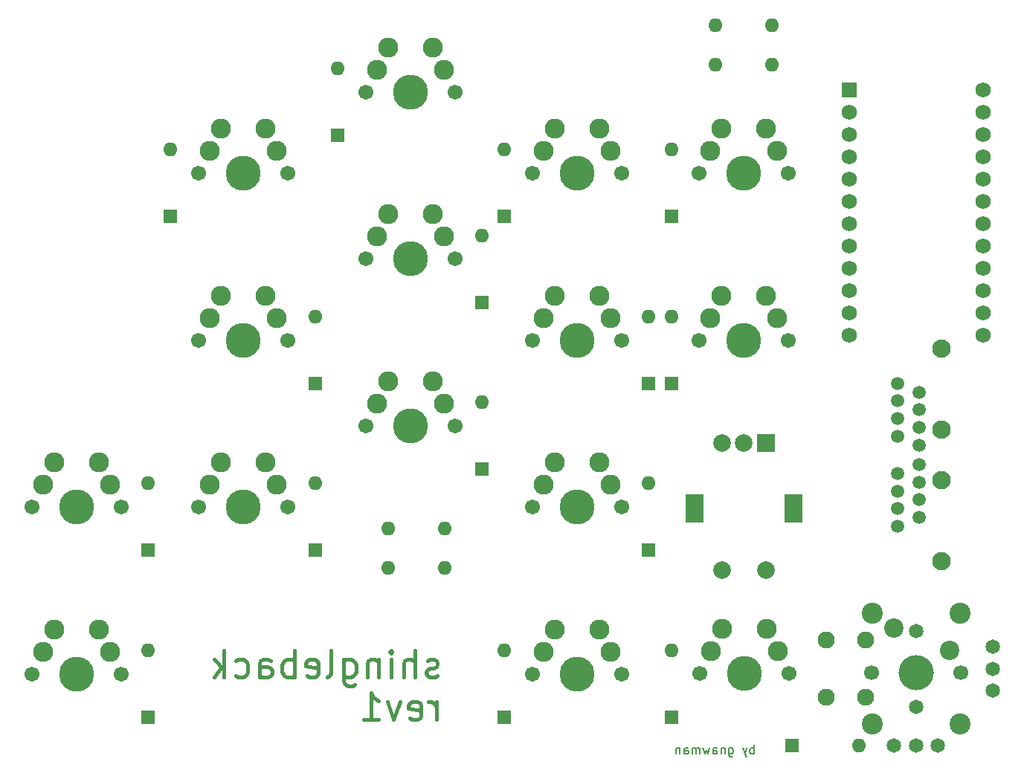
<source format=gbs>
G04 #@! TF.GenerationSoftware,KiCad,Pcbnew,(6.0.8)*
G04 #@! TF.CreationDate,2023-05-18T22:35:39+10:00*
G04 #@! TF.ProjectId,shingleback,7368696e-676c-4656-9261-636b2e6b6963,rev?*
G04 #@! TF.SameCoordinates,Original*
G04 #@! TF.FileFunction,Soldermask,Bot*
G04 #@! TF.FilePolarity,Negative*
%FSLAX46Y46*%
G04 Gerber Fmt 4.6, Leading zero omitted, Abs format (unit mm)*
G04 Created by KiCad (PCBNEW (6.0.8)) date 2023-05-18 22:35:39*
%MOMM*%
%LPD*%
G01*
G04 APERTURE LIST*
%ADD10C,0.450000*%
%ADD11C,0.150000*%
%ADD12C,1.701800*%
%ADD13C,3.987800*%
%ADD14C,2.286000*%
%ADD15R,1.752600X1.752600*%
%ADD16C,1.752600*%
%ADD17R,1.600000X1.600000*%
%ADD18O,1.600000X1.600000*%
%ADD19C,1.500000*%
%ADD20C,2.100000*%
%ADD21R,2.000000X2.000000*%
%ADD22C,2.000000*%
%ADD23R,2.000000X3.200000*%
%ADD24C,1.650000*%
%ADD25C,1.950000*%
%ADD26C,2.400000*%
%ADD27C,4.000000*%
%ADD28C,1.700000*%
%ADD29C,2.200000*%
G04 APERTURE END LIST*
D10*
X124136071Y-100299285D02*
X123850357Y-100442142D01*
X123278928Y-100442142D01*
X122993214Y-100299285D01*
X122850357Y-100013571D01*
X122850357Y-99870714D01*
X122993214Y-99585000D01*
X123278928Y-99442142D01*
X123707500Y-99442142D01*
X123993214Y-99299285D01*
X124136071Y-99013571D01*
X124136071Y-98870714D01*
X123993214Y-98585000D01*
X123707500Y-98442142D01*
X123278928Y-98442142D01*
X122993214Y-98585000D01*
X121564642Y-100442142D02*
X121564642Y-97442142D01*
X120278928Y-100442142D02*
X120278928Y-98870714D01*
X120421785Y-98585000D01*
X120707500Y-98442142D01*
X121136071Y-98442142D01*
X121421785Y-98585000D01*
X121564642Y-98727857D01*
X118850357Y-100442142D02*
X118850357Y-98442142D01*
X118850357Y-97442142D02*
X118993214Y-97585000D01*
X118850357Y-97727857D01*
X118707500Y-97585000D01*
X118850357Y-97442142D01*
X118850357Y-97727857D01*
X117421785Y-98442142D02*
X117421785Y-100442142D01*
X117421785Y-98727857D02*
X117278928Y-98585000D01*
X116993214Y-98442142D01*
X116564642Y-98442142D01*
X116278928Y-98585000D01*
X116136071Y-98870714D01*
X116136071Y-100442142D01*
X113421785Y-98442142D02*
X113421785Y-100870714D01*
X113564642Y-101156428D01*
X113707500Y-101299285D01*
X113993214Y-101442142D01*
X114421785Y-101442142D01*
X114707500Y-101299285D01*
X113421785Y-100299285D02*
X113707500Y-100442142D01*
X114278928Y-100442142D01*
X114564642Y-100299285D01*
X114707500Y-100156428D01*
X114850357Y-99870714D01*
X114850357Y-99013571D01*
X114707500Y-98727857D01*
X114564642Y-98585000D01*
X114278928Y-98442142D01*
X113707500Y-98442142D01*
X113421785Y-98585000D01*
X111564642Y-100442142D02*
X111850357Y-100299285D01*
X111993214Y-100013571D01*
X111993214Y-97442142D01*
X109278928Y-100299285D02*
X109564642Y-100442142D01*
X110136071Y-100442142D01*
X110421785Y-100299285D01*
X110564642Y-100013571D01*
X110564642Y-98870714D01*
X110421785Y-98585000D01*
X110136071Y-98442142D01*
X109564642Y-98442142D01*
X109278928Y-98585000D01*
X109136071Y-98870714D01*
X109136071Y-99156428D01*
X110564642Y-99442142D01*
X107850357Y-100442142D02*
X107850357Y-97442142D01*
X107850357Y-98585000D02*
X107564642Y-98442142D01*
X106993214Y-98442142D01*
X106707500Y-98585000D01*
X106564642Y-98727857D01*
X106421785Y-99013571D01*
X106421785Y-99870714D01*
X106564642Y-100156428D01*
X106707500Y-100299285D01*
X106993214Y-100442142D01*
X107564642Y-100442142D01*
X107850357Y-100299285D01*
X103850357Y-100442142D02*
X103850357Y-98870714D01*
X103993214Y-98585000D01*
X104278928Y-98442142D01*
X104850357Y-98442142D01*
X105136071Y-98585000D01*
X103850357Y-100299285D02*
X104136071Y-100442142D01*
X104850357Y-100442142D01*
X105136071Y-100299285D01*
X105278928Y-100013571D01*
X105278928Y-99727857D01*
X105136071Y-99442142D01*
X104850357Y-99299285D01*
X104136071Y-99299285D01*
X103850357Y-99156428D01*
X101136071Y-100299285D02*
X101421785Y-100442142D01*
X101993214Y-100442142D01*
X102278928Y-100299285D01*
X102421785Y-100156428D01*
X102564642Y-99870714D01*
X102564642Y-99013571D01*
X102421785Y-98727857D01*
X102278928Y-98585000D01*
X101993214Y-98442142D01*
X101421785Y-98442142D01*
X101136071Y-98585000D01*
X99850357Y-100442142D02*
X99850357Y-97442142D01*
X99564642Y-99299285D02*
X98707500Y-100442142D01*
X98707500Y-98442142D02*
X99850357Y-99585000D01*
X123993214Y-105272142D02*
X123993214Y-103272142D01*
X123993214Y-103843571D02*
X123850357Y-103557857D01*
X123707500Y-103415000D01*
X123421785Y-103272142D01*
X123136071Y-103272142D01*
X120993214Y-105129285D02*
X121278928Y-105272142D01*
X121850357Y-105272142D01*
X122136071Y-105129285D01*
X122278928Y-104843571D01*
X122278928Y-103700714D01*
X122136071Y-103415000D01*
X121850357Y-103272142D01*
X121278928Y-103272142D01*
X120993214Y-103415000D01*
X120850357Y-103700714D01*
X120850357Y-103986428D01*
X122278928Y-104272142D01*
X119850357Y-103272142D02*
X119136071Y-105272142D01*
X118421785Y-103272142D01*
X115707500Y-105272142D02*
X117421785Y-105272142D01*
X116564642Y-105272142D02*
X116564642Y-102272142D01*
X116850357Y-102700714D01*
X117136071Y-102986428D01*
X117421785Y-103129285D01*
D11*
X160178571Y-109202380D02*
X160178571Y-108202380D01*
X160178571Y-108583333D02*
X160083333Y-108535714D01*
X159892857Y-108535714D01*
X159797619Y-108583333D01*
X159750000Y-108630952D01*
X159702380Y-108726190D01*
X159702380Y-109011904D01*
X159750000Y-109107142D01*
X159797619Y-109154761D01*
X159892857Y-109202380D01*
X160083333Y-109202380D01*
X160178571Y-109154761D01*
X159369047Y-108535714D02*
X159130952Y-109202380D01*
X158892857Y-108535714D02*
X159130952Y-109202380D01*
X159226190Y-109440476D01*
X159273809Y-109488095D01*
X159369047Y-109535714D01*
X157321428Y-108535714D02*
X157321428Y-109345238D01*
X157369047Y-109440476D01*
X157416666Y-109488095D01*
X157511904Y-109535714D01*
X157654761Y-109535714D01*
X157750000Y-109488095D01*
X157321428Y-109154761D02*
X157416666Y-109202380D01*
X157607142Y-109202380D01*
X157702380Y-109154761D01*
X157750000Y-109107142D01*
X157797619Y-109011904D01*
X157797619Y-108726190D01*
X157750000Y-108630952D01*
X157702380Y-108583333D01*
X157607142Y-108535714D01*
X157416666Y-108535714D01*
X157321428Y-108583333D01*
X156845238Y-108535714D02*
X156845238Y-109202380D01*
X156845238Y-108630952D02*
X156797619Y-108583333D01*
X156702380Y-108535714D01*
X156559523Y-108535714D01*
X156464285Y-108583333D01*
X156416666Y-108678571D01*
X156416666Y-109202380D01*
X155511904Y-109202380D02*
X155511904Y-108678571D01*
X155559523Y-108583333D01*
X155654761Y-108535714D01*
X155845238Y-108535714D01*
X155940476Y-108583333D01*
X155511904Y-109154761D02*
X155607142Y-109202380D01*
X155845238Y-109202380D01*
X155940476Y-109154761D01*
X155988095Y-109059523D01*
X155988095Y-108964285D01*
X155940476Y-108869047D01*
X155845238Y-108821428D01*
X155607142Y-108821428D01*
X155511904Y-108773809D01*
X155130952Y-108535714D02*
X154940476Y-109202380D01*
X154750000Y-108726190D01*
X154559523Y-109202380D01*
X154369047Y-108535714D01*
X153988095Y-109202380D02*
X153988095Y-108535714D01*
X153988095Y-108630952D02*
X153940476Y-108583333D01*
X153845238Y-108535714D01*
X153702380Y-108535714D01*
X153607142Y-108583333D01*
X153559523Y-108678571D01*
X153559523Y-109202380D01*
X153559523Y-108678571D02*
X153511904Y-108583333D01*
X153416666Y-108535714D01*
X153273809Y-108535714D01*
X153178571Y-108583333D01*
X153130952Y-108678571D01*
X153130952Y-109202380D01*
X152226190Y-109202380D02*
X152226190Y-108678571D01*
X152273809Y-108583333D01*
X152369047Y-108535714D01*
X152559523Y-108535714D01*
X152654761Y-108583333D01*
X152226190Y-109154761D02*
X152321428Y-109202380D01*
X152559523Y-109202380D01*
X152654761Y-109154761D01*
X152702380Y-109059523D01*
X152702380Y-108964285D01*
X152654761Y-108869047D01*
X152559523Y-108821428D01*
X152321428Y-108821428D01*
X152226190Y-108773809D01*
X151750000Y-108535714D02*
X151750000Y-109202380D01*
X151750000Y-108630952D02*
X151702380Y-108583333D01*
X151607142Y-108535714D01*
X151464285Y-108535714D01*
X151369047Y-108583333D01*
X151321428Y-108678571D01*
X151321428Y-109202380D01*
D12*
X164120000Y-62080000D03*
X153960000Y-62080000D03*
D13*
X159040000Y-62080000D03*
D14*
X156500000Y-57000000D03*
X161580000Y-57000000D03*
X162850000Y-59540000D03*
X155230000Y-59540000D03*
D12*
X126120000Y-33830000D03*
X115960000Y-33830000D03*
D13*
X121040000Y-33830000D03*
D14*
X118500000Y-28750000D03*
X123580000Y-28750000D03*
X117230000Y-31290000D03*
X124850000Y-31290000D03*
D12*
X96960000Y-43080000D03*
D13*
X102040000Y-43080000D03*
D12*
X107120000Y-43080000D03*
D14*
X104580000Y-38000000D03*
X99500000Y-38000000D03*
X98230000Y-40540000D03*
X105850000Y-40540000D03*
D15*
X171000000Y-33560000D03*
D16*
X171000000Y-36100000D03*
X171000000Y-38640000D03*
X171000000Y-41180000D03*
X171000000Y-43720000D03*
X171000000Y-46260000D03*
X171000000Y-48800000D03*
X171000000Y-51340000D03*
X171000000Y-53880000D03*
X171000000Y-56420000D03*
X171000000Y-58960000D03*
X171000000Y-61500000D03*
X186240000Y-33560000D03*
X186240000Y-36100000D03*
X186240000Y-38640000D03*
X186240000Y-41180000D03*
X186240000Y-43720000D03*
X186240000Y-46260000D03*
X186240000Y-48800000D03*
X186240000Y-51340000D03*
X186240000Y-53880000D03*
X186240000Y-56420000D03*
X186240000Y-58960000D03*
X186240000Y-61500000D03*
D17*
X131750000Y-105000000D03*
D18*
X131750000Y-97380000D03*
D13*
X140040000Y-43080000D03*
D12*
X134960000Y-43080000D03*
X145120000Y-43080000D03*
D14*
X137500000Y-38000000D03*
X142580000Y-38000000D03*
X143850000Y-40540000D03*
X136230000Y-40540000D03*
D18*
X125000000Y-83500000D03*
D12*
X164170000Y-100069717D03*
D13*
X159090000Y-100069717D03*
D12*
X154010000Y-100069717D03*
D14*
X161630000Y-94989717D03*
X156550000Y-94989717D03*
X162900000Y-97529717D03*
X155280000Y-97529717D03*
D17*
X150750000Y-48000000D03*
D18*
X150750000Y-40380000D03*
X162249999Y-30723758D03*
X118500000Y-88000000D03*
X124999999Y-87997945D03*
D17*
X110200000Y-67000000D03*
D18*
X110200000Y-59380000D03*
D13*
X83040000Y-81080000D03*
D12*
X77960000Y-81080000D03*
X88120000Y-81080000D03*
D14*
X80500000Y-76000000D03*
X85580000Y-76000000D03*
X86850000Y-78540000D03*
X79230000Y-78540000D03*
D12*
X107120000Y-62080000D03*
X96960000Y-62080000D03*
D13*
X102040000Y-62080000D03*
D14*
X99500000Y-57000000D03*
X104580000Y-57000000D03*
X105850000Y-59540000D03*
X98230000Y-59540000D03*
D12*
X153960000Y-43080000D03*
D13*
X159040000Y-43080000D03*
D12*
X164120000Y-43080000D03*
D14*
X156500000Y-38000000D03*
X161580000Y-38000000D03*
X162850000Y-40540000D03*
X155230000Y-40540000D03*
D12*
X77960000Y-100080000D03*
D13*
X83040000Y-100080000D03*
D12*
X88120000Y-100080000D03*
D14*
X80500000Y-95000000D03*
X85580000Y-95000000D03*
X86850000Y-97540000D03*
X79230000Y-97540000D03*
D17*
X129200000Y-76750000D03*
D18*
X129200000Y-69130000D03*
D19*
X176500000Y-69000000D03*
X179000000Y-72000000D03*
X179000000Y-70000000D03*
X176500000Y-71000000D03*
X179000000Y-74000000D03*
X176500000Y-73000000D03*
D20*
X181500000Y-63000000D03*
X181500000Y-78000000D03*
D19*
X176500000Y-67000000D03*
X179000000Y-68000000D03*
D18*
X155750000Y-30725813D03*
D17*
X91200000Y-86000000D03*
D18*
X91200000Y-78380000D03*
D17*
X91200000Y-105000000D03*
D18*
X91200000Y-97380000D03*
D17*
X112750000Y-38750000D03*
D18*
X112750000Y-31130000D03*
D12*
X134960000Y-62080000D03*
D13*
X140040000Y-62080000D03*
D12*
X145120000Y-62080000D03*
D14*
X137500000Y-57000000D03*
X142580000Y-57000000D03*
X143850000Y-59540000D03*
X136230000Y-59540000D03*
D17*
X110200000Y-86000000D03*
D18*
X110200000Y-78380000D03*
D17*
X148200000Y-86000000D03*
D18*
X148200000Y-78380000D03*
D12*
X126120000Y-71830000D03*
X115960000Y-71830000D03*
D13*
X121040000Y-71830000D03*
D14*
X123580000Y-66750000D03*
X118500000Y-66750000D03*
X117230000Y-69290000D03*
X124850000Y-69290000D03*
D21*
X161540000Y-73750000D03*
D22*
X156540000Y-73750000D03*
X159040000Y-73750000D03*
D23*
X153440000Y-81250000D03*
X164640000Y-81250000D03*
D22*
X156540000Y-88250000D03*
X161540000Y-88250000D03*
D12*
X134960000Y-81080000D03*
X145120000Y-81080000D03*
D13*
X140040000Y-81080000D03*
D14*
X137500000Y-76000000D03*
X142580000Y-76000000D03*
X136230000Y-78540000D03*
X143850000Y-78540000D03*
D18*
X118500000Y-83494874D03*
D17*
X150750000Y-67000000D03*
D18*
X150750000Y-59380000D03*
D17*
X93750000Y-48000000D03*
D18*
X93750000Y-40380000D03*
D17*
X164500000Y-108250000D03*
D18*
X172120000Y-108250000D03*
D17*
X150800000Y-104989717D03*
D18*
X150800000Y-97369717D03*
D13*
X102040000Y-81080000D03*
D12*
X107120000Y-81080000D03*
X96960000Y-81080000D03*
D14*
X99500000Y-76000000D03*
X104580000Y-76000000D03*
X98230000Y-78540000D03*
X105850000Y-78540000D03*
D13*
X121040000Y-52830000D03*
D12*
X126120000Y-52830000D03*
X115960000Y-52830000D03*
D14*
X118500000Y-47750000D03*
X123580000Y-47750000D03*
X124850000Y-50290000D03*
X117230000Y-50290000D03*
D17*
X129200000Y-57750000D03*
D18*
X129200000Y-50130000D03*
X155750000Y-26220687D03*
D24*
X178623410Y-103800000D03*
X178623410Y-95200000D03*
D25*
X172873410Y-96250000D03*
X172873410Y-102750000D03*
D24*
X187353410Y-97000000D03*
X181123410Y-108230000D03*
D26*
X183623410Y-105825000D03*
X173623410Y-93175000D03*
X173623410Y-105825000D03*
X183623410Y-93175000D03*
D25*
X168373410Y-96250000D03*
X168373410Y-102750000D03*
D24*
X187353410Y-102000000D03*
X176123410Y-108230000D03*
X178623410Y-108230000D03*
X187353410Y-99500000D03*
D12*
X134960000Y-100080000D03*
X145120000Y-100080000D03*
D13*
X140040000Y-100080000D03*
D14*
X137500000Y-95000000D03*
X142580000Y-95000000D03*
X136230000Y-97540000D03*
X143850000Y-97540000D03*
D17*
X131750000Y-48000000D03*
D18*
X131750000Y-40380000D03*
X162250000Y-26225813D03*
D17*
X148200000Y-67000000D03*
D18*
X148200000Y-59380000D03*
D19*
X179000000Y-80250000D03*
X179000000Y-82250000D03*
X176500000Y-81250000D03*
X176500000Y-83250000D03*
D20*
X181500000Y-72250000D03*
D19*
X176500000Y-77250000D03*
X179000000Y-78250000D03*
X176500000Y-79250000D03*
X179000000Y-76250000D03*
D20*
X181500000Y-87250000D03*
D27*
X178623410Y-99980000D03*
D28*
X173543410Y-99980000D03*
X183703410Y-99980000D03*
D29*
X176083410Y-94900000D03*
X182433410Y-97440000D03*
M02*

</source>
